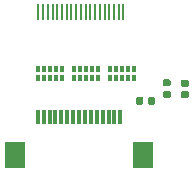
<source format=gtp>
G04 #@! TF.GenerationSoftware,KiCad,Pcbnew,(5.0.1)-4*
G04 #@! TF.CreationDate,2019-03-10T19:19:02+01:00*
G04 #@! TF.ProjectId,wii_hdmi_pcb,7769695F68646D695F7063622E6B6963,rev?*
G04 #@! TF.SameCoordinates,Original*
G04 #@! TF.FileFunction,Paste,Top*
G04 #@! TF.FilePolarity,Positive*
%FSLAX46Y46*%
G04 Gerber Fmt 4.6, Leading zero omitted, Abs format (unit mm)*
G04 Created by KiCad (PCBNEW (5.0.1)-4) date 10.03.2019 19:19:02*
%MOMM*%
%LPD*%
G01*
G04 APERTURE LIST*
%ADD10R,0.300000X1.300000*%
%ADD11R,1.800000X2.200000*%
%ADD12R,0.230000X1.400000*%
%ADD13R,0.300000X0.550000*%
%ADD14R,0.400000X0.550000*%
%ADD15C,0.100000*%
%ADD16C,0.590000*%
G04 APERTURE END LIST*
D10*
G04 #@! TO.C,J1*
X138562000Y-68378000D03*
X138062000Y-68378000D03*
X137562000Y-68378000D03*
X137062000Y-68378000D03*
X136562000Y-68378000D03*
X136062000Y-68378000D03*
X135562000Y-68378000D03*
X135062000Y-68378000D03*
X134562000Y-68378000D03*
X134062000Y-68378000D03*
X133562000Y-68378000D03*
X133062000Y-68378000D03*
X132562000Y-68378000D03*
X132062000Y-68378000D03*
X131562000Y-68378000D03*
D11*
X129662000Y-71628000D03*
X140462000Y-71628000D03*
G04 #@! TD*
D12*
G04 #@! TO.C,J2*
X137619000Y-59542000D03*
X138019000Y-59542000D03*
X138419000Y-59542000D03*
X138819000Y-59542000D03*
X136019000Y-59542000D03*
X136819000Y-59542000D03*
X137219000Y-59542000D03*
X136419000Y-59542000D03*
X133619000Y-59542000D03*
X132819000Y-59542000D03*
X134819000Y-59542000D03*
X135219000Y-59542000D03*
X135619000Y-59542000D03*
X133219000Y-59542000D03*
X134419000Y-59542000D03*
X134019000Y-59542000D03*
X132019000Y-59542000D03*
X132419000Y-59542000D03*
X131619000Y-59542000D03*
G04 #@! TD*
D13*
G04 #@! TO.C,U1*
X132088000Y-65155000D03*
X131588000Y-65155000D03*
X131588000Y-64385000D03*
X132088000Y-64385000D03*
X133088000Y-65155000D03*
X133588000Y-65155000D03*
X133588000Y-64385000D03*
X133088000Y-64385000D03*
D14*
X132588000Y-64385000D03*
X132588000Y-65155000D03*
G04 #@! TD*
D13*
G04 #@! TO.C,U2*
X135128000Y-65155000D03*
X134628000Y-65155000D03*
X134628000Y-64385000D03*
X135128000Y-64385000D03*
X136128000Y-65155000D03*
X136628000Y-65155000D03*
X136628000Y-64385000D03*
X136128000Y-64385000D03*
D14*
X135628000Y-64385000D03*
X135628000Y-65155000D03*
G04 #@! TD*
D13*
G04 #@! TO.C,U3*
X138184000Y-65155000D03*
X137684000Y-65155000D03*
X137684000Y-64385000D03*
X138184000Y-64385000D03*
X139184000Y-65155000D03*
X139684000Y-65155000D03*
X139684000Y-64385000D03*
X139184000Y-64385000D03*
D14*
X138684000Y-64385000D03*
X138684000Y-65155000D03*
G04 #@! TD*
D15*
G04 #@! TO.C,R1*
G36*
X144204958Y-66230710D02*
X144219276Y-66232834D01*
X144233317Y-66236351D01*
X144246946Y-66241228D01*
X144260031Y-66247417D01*
X144272447Y-66254858D01*
X144284073Y-66263481D01*
X144294798Y-66273202D01*
X144304519Y-66283927D01*
X144313142Y-66295553D01*
X144320583Y-66307969D01*
X144326772Y-66321054D01*
X144331649Y-66334683D01*
X144335166Y-66348724D01*
X144337290Y-66363042D01*
X144338000Y-66377500D01*
X144338000Y-66672500D01*
X144337290Y-66686958D01*
X144335166Y-66701276D01*
X144331649Y-66715317D01*
X144326772Y-66728946D01*
X144320583Y-66742031D01*
X144313142Y-66754447D01*
X144304519Y-66766073D01*
X144294798Y-66776798D01*
X144284073Y-66786519D01*
X144272447Y-66795142D01*
X144260031Y-66802583D01*
X144246946Y-66808772D01*
X144233317Y-66813649D01*
X144219276Y-66817166D01*
X144204958Y-66819290D01*
X144190500Y-66820000D01*
X143845500Y-66820000D01*
X143831042Y-66819290D01*
X143816724Y-66817166D01*
X143802683Y-66813649D01*
X143789054Y-66808772D01*
X143775969Y-66802583D01*
X143763553Y-66795142D01*
X143751927Y-66786519D01*
X143741202Y-66776798D01*
X143731481Y-66766073D01*
X143722858Y-66754447D01*
X143715417Y-66742031D01*
X143709228Y-66728946D01*
X143704351Y-66715317D01*
X143700834Y-66701276D01*
X143698710Y-66686958D01*
X143698000Y-66672500D01*
X143698000Y-66377500D01*
X143698710Y-66363042D01*
X143700834Y-66348724D01*
X143704351Y-66334683D01*
X143709228Y-66321054D01*
X143715417Y-66307969D01*
X143722858Y-66295553D01*
X143731481Y-66283927D01*
X143741202Y-66273202D01*
X143751927Y-66263481D01*
X143763553Y-66254858D01*
X143775969Y-66247417D01*
X143789054Y-66241228D01*
X143802683Y-66236351D01*
X143816724Y-66232834D01*
X143831042Y-66230710D01*
X143845500Y-66230000D01*
X144190500Y-66230000D01*
X144204958Y-66230710D01*
X144204958Y-66230710D01*
G37*
D16*
X144018000Y-66525000D03*
D15*
G36*
X144204958Y-65260710D02*
X144219276Y-65262834D01*
X144233317Y-65266351D01*
X144246946Y-65271228D01*
X144260031Y-65277417D01*
X144272447Y-65284858D01*
X144284073Y-65293481D01*
X144294798Y-65303202D01*
X144304519Y-65313927D01*
X144313142Y-65325553D01*
X144320583Y-65337969D01*
X144326772Y-65351054D01*
X144331649Y-65364683D01*
X144335166Y-65378724D01*
X144337290Y-65393042D01*
X144338000Y-65407500D01*
X144338000Y-65702500D01*
X144337290Y-65716958D01*
X144335166Y-65731276D01*
X144331649Y-65745317D01*
X144326772Y-65758946D01*
X144320583Y-65772031D01*
X144313142Y-65784447D01*
X144304519Y-65796073D01*
X144294798Y-65806798D01*
X144284073Y-65816519D01*
X144272447Y-65825142D01*
X144260031Y-65832583D01*
X144246946Y-65838772D01*
X144233317Y-65843649D01*
X144219276Y-65847166D01*
X144204958Y-65849290D01*
X144190500Y-65850000D01*
X143845500Y-65850000D01*
X143831042Y-65849290D01*
X143816724Y-65847166D01*
X143802683Y-65843649D01*
X143789054Y-65838772D01*
X143775969Y-65832583D01*
X143763553Y-65825142D01*
X143751927Y-65816519D01*
X143741202Y-65806798D01*
X143731481Y-65796073D01*
X143722858Y-65784447D01*
X143715417Y-65772031D01*
X143709228Y-65758946D01*
X143704351Y-65745317D01*
X143700834Y-65731276D01*
X143698710Y-65716958D01*
X143698000Y-65702500D01*
X143698000Y-65407500D01*
X143698710Y-65393042D01*
X143700834Y-65378724D01*
X143704351Y-65364683D01*
X143709228Y-65351054D01*
X143715417Y-65337969D01*
X143722858Y-65325553D01*
X143731481Y-65313927D01*
X143741202Y-65303202D01*
X143751927Y-65293481D01*
X143763553Y-65284858D01*
X143775969Y-65277417D01*
X143789054Y-65271228D01*
X143802683Y-65266351D01*
X143816724Y-65262834D01*
X143831042Y-65260710D01*
X143845500Y-65260000D01*
X144190500Y-65260000D01*
X144204958Y-65260710D01*
X144204958Y-65260710D01*
G37*
D16*
X144018000Y-65555000D03*
G04 #@! TD*
D15*
G04 #@! TO.C,R2*
G36*
X142680958Y-65237710D02*
X142695276Y-65239834D01*
X142709317Y-65243351D01*
X142722946Y-65248228D01*
X142736031Y-65254417D01*
X142748447Y-65261858D01*
X142760073Y-65270481D01*
X142770798Y-65280202D01*
X142780519Y-65290927D01*
X142789142Y-65302553D01*
X142796583Y-65314969D01*
X142802772Y-65328054D01*
X142807649Y-65341683D01*
X142811166Y-65355724D01*
X142813290Y-65370042D01*
X142814000Y-65384500D01*
X142814000Y-65679500D01*
X142813290Y-65693958D01*
X142811166Y-65708276D01*
X142807649Y-65722317D01*
X142802772Y-65735946D01*
X142796583Y-65749031D01*
X142789142Y-65761447D01*
X142780519Y-65773073D01*
X142770798Y-65783798D01*
X142760073Y-65793519D01*
X142748447Y-65802142D01*
X142736031Y-65809583D01*
X142722946Y-65815772D01*
X142709317Y-65820649D01*
X142695276Y-65824166D01*
X142680958Y-65826290D01*
X142666500Y-65827000D01*
X142321500Y-65827000D01*
X142307042Y-65826290D01*
X142292724Y-65824166D01*
X142278683Y-65820649D01*
X142265054Y-65815772D01*
X142251969Y-65809583D01*
X142239553Y-65802142D01*
X142227927Y-65793519D01*
X142217202Y-65783798D01*
X142207481Y-65773073D01*
X142198858Y-65761447D01*
X142191417Y-65749031D01*
X142185228Y-65735946D01*
X142180351Y-65722317D01*
X142176834Y-65708276D01*
X142174710Y-65693958D01*
X142174000Y-65679500D01*
X142174000Y-65384500D01*
X142174710Y-65370042D01*
X142176834Y-65355724D01*
X142180351Y-65341683D01*
X142185228Y-65328054D01*
X142191417Y-65314969D01*
X142198858Y-65302553D01*
X142207481Y-65290927D01*
X142217202Y-65280202D01*
X142227927Y-65270481D01*
X142239553Y-65261858D01*
X142251969Y-65254417D01*
X142265054Y-65248228D01*
X142278683Y-65243351D01*
X142292724Y-65239834D01*
X142307042Y-65237710D01*
X142321500Y-65237000D01*
X142666500Y-65237000D01*
X142680958Y-65237710D01*
X142680958Y-65237710D01*
G37*
D16*
X142494000Y-65532000D03*
D15*
G36*
X142680958Y-66207710D02*
X142695276Y-66209834D01*
X142709317Y-66213351D01*
X142722946Y-66218228D01*
X142736031Y-66224417D01*
X142748447Y-66231858D01*
X142760073Y-66240481D01*
X142770798Y-66250202D01*
X142780519Y-66260927D01*
X142789142Y-66272553D01*
X142796583Y-66284969D01*
X142802772Y-66298054D01*
X142807649Y-66311683D01*
X142811166Y-66325724D01*
X142813290Y-66340042D01*
X142814000Y-66354500D01*
X142814000Y-66649500D01*
X142813290Y-66663958D01*
X142811166Y-66678276D01*
X142807649Y-66692317D01*
X142802772Y-66705946D01*
X142796583Y-66719031D01*
X142789142Y-66731447D01*
X142780519Y-66743073D01*
X142770798Y-66753798D01*
X142760073Y-66763519D01*
X142748447Y-66772142D01*
X142736031Y-66779583D01*
X142722946Y-66785772D01*
X142709317Y-66790649D01*
X142695276Y-66794166D01*
X142680958Y-66796290D01*
X142666500Y-66797000D01*
X142321500Y-66797000D01*
X142307042Y-66796290D01*
X142292724Y-66794166D01*
X142278683Y-66790649D01*
X142265054Y-66785772D01*
X142251969Y-66779583D01*
X142239553Y-66772142D01*
X142227927Y-66763519D01*
X142217202Y-66753798D01*
X142207481Y-66743073D01*
X142198858Y-66731447D01*
X142191417Y-66719031D01*
X142185228Y-66705946D01*
X142180351Y-66692317D01*
X142176834Y-66678276D01*
X142174710Y-66663958D01*
X142174000Y-66649500D01*
X142174000Y-66354500D01*
X142174710Y-66340042D01*
X142176834Y-66325724D01*
X142180351Y-66311683D01*
X142185228Y-66298054D01*
X142191417Y-66284969D01*
X142198858Y-66272553D01*
X142207481Y-66260927D01*
X142217202Y-66250202D01*
X142227927Y-66240481D01*
X142239553Y-66231858D01*
X142251969Y-66224417D01*
X142265054Y-66218228D01*
X142278683Y-66213351D01*
X142292724Y-66209834D01*
X142307042Y-66207710D01*
X142321500Y-66207000D01*
X142666500Y-66207000D01*
X142680958Y-66207710D01*
X142680958Y-66207710D01*
G37*
D16*
X142494000Y-66502000D03*
G04 #@! TD*
D15*
G04 #@! TO.C,R3*
G36*
X141339958Y-66736710D02*
X141354276Y-66738834D01*
X141368317Y-66742351D01*
X141381946Y-66747228D01*
X141395031Y-66753417D01*
X141407447Y-66760858D01*
X141419073Y-66769481D01*
X141429798Y-66779202D01*
X141439519Y-66789927D01*
X141448142Y-66801553D01*
X141455583Y-66813969D01*
X141461772Y-66827054D01*
X141466649Y-66840683D01*
X141470166Y-66854724D01*
X141472290Y-66869042D01*
X141473000Y-66883500D01*
X141473000Y-67228500D01*
X141472290Y-67242958D01*
X141470166Y-67257276D01*
X141466649Y-67271317D01*
X141461772Y-67284946D01*
X141455583Y-67298031D01*
X141448142Y-67310447D01*
X141439519Y-67322073D01*
X141429798Y-67332798D01*
X141419073Y-67342519D01*
X141407447Y-67351142D01*
X141395031Y-67358583D01*
X141381946Y-67364772D01*
X141368317Y-67369649D01*
X141354276Y-67373166D01*
X141339958Y-67375290D01*
X141325500Y-67376000D01*
X141030500Y-67376000D01*
X141016042Y-67375290D01*
X141001724Y-67373166D01*
X140987683Y-67369649D01*
X140974054Y-67364772D01*
X140960969Y-67358583D01*
X140948553Y-67351142D01*
X140936927Y-67342519D01*
X140926202Y-67332798D01*
X140916481Y-67322073D01*
X140907858Y-67310447D01*
X140900417Y-67298031D01*
X140894228Y-67284946D01*
X140889351Y-67271317D01*
X140885834Y-67257276D01*
X140883710Y-67242958D01*
X140883000Y-67228500D01*
X140883000Y-66883500D01*
X140883710Y-66869042D01*
X140885834Y-66854724D01*
X140889351Y-66840683D01*
X140894228Y-66827054D01*
X140900417Y-66813969D01*
X140907858Y-66801553D01*
X140916481Y-66789927D01*
X140926202Y-66779202D01*
X140936927Y-66769481D01*
X140948553Y-66760858D01*
X140960969Y-66753417D01*
X140974054Y-66747228D01*
X140987683Y-66742351D01*
X141001724Y-66738834D01*
X141016042Y-66736710D01*
X141030500Y-66736000D01*
X141325500Y-66736000D01*
X141339958Y-66736710D01*
X141339958Y-66736710D01*
G37*
D16*
X141178000Y-67056000D03*
D15*
G36*
X140369958Y-66736710D02*
X140384276Y-66738834D01*
X140398317Y-66742351D01*
X140411946Y-66747228D01*
X140425031Y-66753417D01*
X140437447Y-66760858D01*
X140449073Y-66769481D01*
X140459798Y-66779202D01*
X140469519Y-66789927D01*
X140478142Y-66801553D01*
X140485583Y-66813969D01*
X140491772Y-66827054D01*
X140496649Y-66840683D01*
X140500166Y-66854724D01*
X140502290Y-66869042D01*
X140503000Y-66883500D01*
X140503000Y-67228500D01*
X140502290Y-67242958D01*
X140500166Y-67257276D01*
X140496649Y-67271317D01*
X140491772Y-67284946D01*
X140485583Y-67298031D01*
X140478142Y-67310447D01*
X140469519Y-67322073D01*
X140459798Y-67332798D01*
X140449073Y-67342519D01*
X140437447Y-67351142D01*
X140425031Y-67358583D01*
X140411946Y-67364772D01*
X140398317Y-67369649D01*
X140384276Y-67373166D01*
X140369958Y-67375290D01*
X140355500Y-67376000D01*
X140060500Y-67376000D01*
X140046042Y-67375290D01*
X140031724Y-67373166D01*
X140017683Y-67369649D01*
X140004054Y-67364772D01*
X139990969Y-67358583D01*
X139978553Y-67351142D01*
X139966927Y-67342519D01*
X139956202Y-67332798D01*
X139946481Y-67322073D01*
X139937858Y-67310447D01*
X139930417Y-67298031D01*
X139924228Y-67284946D01*
X139919351Y-67271317D01*
X139915834Y-67257276D01*
X139913710Y-67242958D01*
X139913000Y-67228500D01*
X139913000Y-66883500D01*
X139913710Y-66869042D01*
X139915834Y-66854724D01*
X139919351Y-66840683D01*
X139924228Y-66827054D01*
X139930417Y-66813969D01*
X139937858Y-66801553D01*
X139946481Y-66789927D01*
X139956202Y-66779202D01*
X139966927Y-66769481D01*
X139978553Y-66760858D01*
X139990969Y-66753417D01*
X140004054Y-66747228D01*
X140017683Y-66742351D01*
X140031724Y-66738834D01*
X140046042Y-66736710D01*
X140060500Y-66736000D01*
X140355500Y-66736000D01*
X140369958Y-66736710D01*
X140369958Y-66736710D01*
G37*
D16*
X140208000Y-67056000D03*
G04 #@! TD*
M02*

</source>
